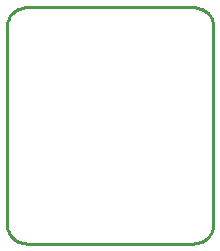
<source format=gbr>
G04 EAGLE Gerber RS-274X export*
G75*
%MOMM*%
%FSLAX34Y34*%
%LPD*%
%IN*%
%IPPOS*%
%AMOC8*
5,1,8,0,0,1.08239X$1,22.5*%
G01*
%ADD10C,0.254000*%


D10*
X0Y17071D02*
X65Y15583D01*
X259Y14107D01*
X582Y12653D01*
X1030Y11232D01*
X1599Y9857D01*
X2287Y8536D01*
X3087Y7280D01*
X3994Y6098D01*
X5000Y5000D01*
X6098Y3994D01*
X7280Y3087D01*
X8536Y2287D01*
X9857Y1599D01*
X11232Y1030D01*
X12653Y582D01*
X14107Y259D01*
X15583Y65D01*
X17071Y0D01*
X157929Y0D01*
X159417Y65D01*
X160893Y259D01*
X162347Y582D01*
X163768Y1030D01*
X165144Y1599D01*
X166464Y2287D01*
X167721Y3087D01*
X168902Y3994D01*
X170000Y5000D01*
X171006Y6098D01*
X171913Y7280D01*
X172713Y8536D01*
X173401Y9857D01*
X173971Y11232D01*
X174418Y12653D01*
X174741Y14107D01*
X174935Y15583D01*
X175000Y17071D01*
X175000Y182929D01*
X174935Y184417D01*
X174741Y185893D01*
X174418Y187347D01*
X173971Y188768D01*
X173401Y190144D01*
X172713Y191464D01*
X171913Y192721D01*
X171006Y193902D01*
X170000Y195000D01*
X168902Y196006D01*
X167721Y196913D01*
X166465Y197713D01*
X165144Y198401D01*
X163768Y198971D01*
X162347Y199418D01*
X160893Y199741D01*
X159417Y199935D01*
X157929Y200000D01*
X17071Y200000D01*
X15583Y199935D01*
X14107Y199741D01*
X12653Y199418D01*
X11232Y198971D01*
X9857Y198401D01*
X8536Y197713D01*
X7280Y196913D01*
X6098Y196006D01*
X5000Y195000D01*
X3994Y193902D01*
X3087Y192721D01*
X2287Y191465D01*
X1599Y190144D01*
X1030Y188768D01*
X582Y187347D01*
X259Y185893D01*
X65Y184417D01*
X0Y182929D01*
X0Y17071D01*
M02*

</source>
